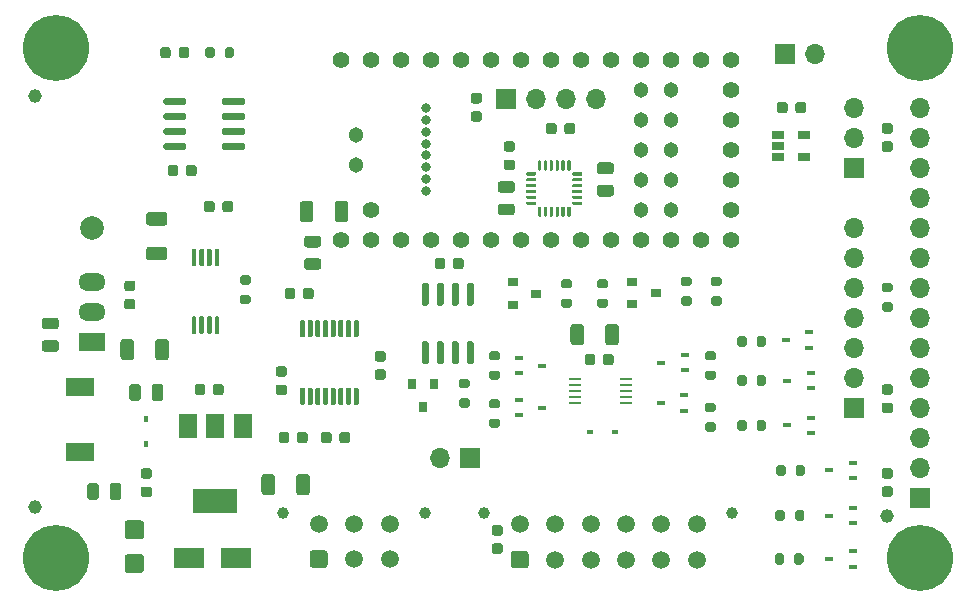
<source format=gbr>
%TF.GenerationSoftware,KiCad,Pcbnew,(5.1.9)-1*%
%TF.CreationDate,2021-02-21T10:06:19+01:00*%
%TF.ProjectId,CanDisplayFoReal,43616e44-6973-4706-9c61-79466f526561,rev?*%
%TF.SameCoordinates,Original*%
%TF.FileFunction,Soldermask,Top*%
%TF.FilePolarity,Negative*%
%FSLAX46Y46*%
G04 Gerber Fmt 4.6, Leading zero omitted, Abs format (unit mm)*
G04 Created by KiCad (PCBNEW (5.1.9)-1) date 2021-02-21 10:06:19*
%MOMM*%
%LPD*%
G01*
G04 APERTURE LIST*
%ADD10C,1.152000*%
%ADD11C,1.500000*%
%ADD12C,1.000000*%
%ADD13O,1.700000X1.700000*%
%ADD14R,1.700000X1.700000*%
%ADD15C,5.600000*%
%ADD16R,1.100000X0.250000*%
%ADD17R,1.500000X2.000000*%
%ADD18R,3.800000X2.000000*%
%ADD19O,2.300000X1.500000*%
%ADD20R,2.300000X1.500000*%
%ADD21R,1.060000X0.650000*%
%ADD22C,2.000000*%
%ADD23R,0.900000X0.800000*%
%ADD24R,2.400000X1.500000*%
%ADD25R,0.700000X0.450000*%
%ADD26R,0.600000X0.450000*%
%ADD27R,0.450000X0.600000*%
%ADD28R,2.500000X1.800000*%
%ADD29R,0.800000X0.900000*%
%ADD30C,1.404000*%
%ADD31C,1.304000*%
%ADD32C,0.804000*%
G04 APERTURE END LIST*
D10*
%TO.C,REF\u002A\u002A*%
X193802000Y-92964000D03*
%TD*%
%TO.C,REF\u002A\u002A*%
X121666000Y-92202000D03*
%TD*%
%TO.C,REF\u002A\u002A*%
X121666000Y-57404000D03*
%TD*%
%TO.C,C31*%
G36*
G01*
X194052000Y-60635000D02*
X193552000Y-60635000D01*
G75*
G02*
X193327000Y-60410000I0J225000D01*
G01*
X193327000Y-59960000D01*
G75*
G02*
X193552000Y-59735000I225000J0D01*
G01*
X194052000Y-59735000D01*
G75*
G02*
X194277000Y-59960000I0J-225000D01*
G01*
X194277000Y-60410000D01*
G75*
G02*
X194052000Y-60635000I-225000J0D01*
G01*
G37*
G36*
G01*
X194052000Y-62185000D02*
X193552000Y-62185000D01*
G75*
G02*
X193327000Y-61960000I0J225000D01*
G01*
X193327000Y-61510000D01*
G75*
G02*
X193552000Y-61285000I225000J0D01*
G01*
X194052000Y-61285000D01*
G75*
G02*
X194277000Y-61510000I0J-225000D01*
G01*
X194277000Y-61960000D01*
G75*
G02*
X194052000Y-62185000I-225000J0D01*
G01*
G37*
%TD*%
%TO.C,C30*%
G36*
G01*
X194052000Y-89845000D02*
X193552000Y-89845000D01*
G75*
G02*
X193327000Y-89620000I0J225000D01*
G01*
X193327000Y-89170000D01*
G75*
G02*
X193552000Y-88945000I225000J0D01*
G01*
X194052000Y-88945000D01*
G75*
G02*
X194277000Y-89170000I0J-225000D01*
G01*
X194277000Y-89620000D01*
G75*
G02*
X194052000Y-89845000I-225000J0D01*
G01*
G37*
G36*
G01*
X194052000Y-91395000D02*
X193552000Y-91395000D01*
G75*
G02*
X193327000Y-91170000I0J225000D01*
G01*
X193327000Y-90720000D01*
G75*
G02*
X193552000Y-90495000I225000J0D01*
G01*
X194052000Y-90495000D01*
G75*
G02*
X194277000Y-90720000I0J-225000D01*
G01*
X194277000Y-91170000D01*
G75*
G02*
X194052000Y-91395000I-225000J0D01*
G01*
G37*
%TD*%
%TO.C,C24*%
G36*
G01*
X161032000Y-94671000D02*
X160532000Y-94671000D01*
G75*
G02*
X160307000Y-94446000I0J225000D01*
G01*
X160307000Y-93996000D01*
G75*
G02*
X160532000Y-93771000I225000J0D01*
G01*
X161032000Y-93771000D01*
G75*
G02*
X161257000Y-93996000I0J-225000D01*
G01*
X161257000Y-94446000D01*
G75*
G02*
X161032000Y-94671000I-225000J0D01*
G01*
G37*
G36*
G01*
X161032000Y-96221000D02*
X160532000Y-96221000D01*
G75*
G02*
X160307000Y-95996000I0J225000D01*
G01*
X160307000Y-95546000D01*
G75*
G02*
X160532000Y-95321000I225000J0D01*
G01*
X161032000Y-95321000D01*
G75*
G02*
X161257000Y-95546000I0J-225000D01*
G01*
X161257000Y-95996000D01*
G75*
G02*
X161032000Y-96221000I-225000J0D01*
G01*
G37*
%TD*%
%TO.C,C6*%
G36*
G01*
X158754000Y-58732000D02*
X159254000Y-58732000D01*
G75*
G02*
X159479000Y-58957000I0J-225000D01*
G01*
X159479000Y-59407000D01*
G75*
G02*
X159254000Y-59632000I-225000J0D01*
G01*
X158754000Y-59632000D01*
G75*
G02*
X158529000Y-59407000I0J225000D01*
G01*
X158529000Y-58957000D01*
G75*
G02*
X158754000Y-58732000I225000J0D01*
G01*
G37*
G36*
G01*
X158754000Y-57182000D02*
X159254000Y-57182000D01*
G75*
G02*
X159479000Y-57407000I0J-225000D01*
G01*
X159479000Y-57857000D01*
G75*
G02*
X159254000Y-58082000I-225000J0D01*
G01*
X158754000Y-58082000D01*
G75*
G02*
X158529000Y-57857000I0J225000D01*
G01*
X158529000Y-57407000D01*
G75*
G02*
X158754000Y-57182000I225000J0D01*
G01*
G37*
%TD*%
%TO.C,C4*%
G36*
G01*
X194052000Y-82746000D02*
X193552000Y-82746000D01*
G75*
G02*
X193327000Y-82521000I0J225000D01*
G01*
X193327000Y-82071000D01*
G75*
G02*
X193552000Y-81846000I225000J0D01*
G01*
X194052000Y-81846000D01*
G75*
G02*
X194277000Y-82071000I0J-225000D01*
G01*
X194277000Y-82521000D01*
G75*
G02*
X194052000Y-82746000I-225000J0D01*
G01*
G37*
G36*
G01*
X194052000Y-84296000D02*
X193552000Y-84296000D01*
G75*
G02*
X193327000Y-84071000I0J225000D01*
G01*
X193327000Y-83621000D01*
G75*
G02*
X193552000Y-83396000I225000J0D01*
G01*
X194052000Y-83396000D01*
G75*
G02*
X194277000Y-83621000I0J-225000D01*
G01*
X194277000Y-84071000D01*
G75*
G02*
X194052000Y-84296000I-225000J0D01*
G01*
G37*
%TD*%
%TO.C,U10*%
G36*
G01*
X134455000Y-61572000D02*
X134455000Y-61872000D01*
G75*
G02*
X134305000Y-62022000I-150000J0D01*
G01*
X132655000Y-62022000D01*
G75*
G02*
X132505000Y-61872000I0J150000D01*
G01*
X132505000Y-61572000D01*
G75*
G02*
X132655000Y-61422000I150000J0D01*
G01*
X134305000Y-61422000D01*
G75*
G02*
X134455000Y-61572000I0J-150000D01*
G01*
G37*
G36*
G01*
X134455000Y-60302000D02*
X134455000Y-60602000D01*
G75*
G02*
X134305000Y-60752000I-150000J0D01*
G01*
X132655000Y-60752000D01*
G75*
G02*
X132505000Y-60602000I0J150000D01*
G01*
X132505000Y-60302000D01*
G75*
G02*
X132655000Y-60152000I150000J0D01*
G01*
X134305000Y-60152000D01*
G75*
G02*
X134455000Y-60302000I0J-150000D01*
G01*
G37*
G36*
G01*
X134455000Y-59032000D02*
X134455000Y-59332000D01*
G75*
G02*
X134305000Y-59482000I-150000J0D01*
G01*
X132655000Y-59482000D01*
G75*
G02*
X132505000Y-59332000I0J150000D01*
G01*
X132505000Y-59032000D01*
G75*
G02*
X132655000Y-58882000I150000J0D01*
G01*
X134305000Y-58882000D01*
G75*
G02*
X134455000Y-59032000I0J-150000D01*
G01*
G37*
G36*
G01*
X134455000Y-57762000D02*
X134455000Y-58062000D01*
G75*
G02*
X134305000Y-58212000I-150000J0D01*
G01*
X132655000Y-58212000D01*
G75*
G02*
X132505000Y-58062000I0J150000D01*
G01*
X132505000Y-57762000D01*
G75*
G02*
X132655000Y-57612000I150000J0D01*
G01*
X134305000Y-57612000D01*
G75*
G02*
X134455000Y-57762000I0J-150000D01*
G01*
G37*
G36*
G01*
X139405000Y-57762000D02*
X139405000Y-58062000D01*
G75*
G02*
X139255000Y-58212000I-150000J0D01*
G01*
X137605000Y-58212000D01*
G75*
G02*
X137455000Y-58062000I0J150000D01*
G01*
X137455000Y-57762000D01*
G75*
G02*
X137605000Y-57612000I150000J0D01*
G01*
X139255000Y-57612000D01*
G75*
G02*
X139405000Y-57762000I0J-150000D01*
G01*
G37*
G36*
G01*
X139405000Y-59032000D02*
X139405000Y-59332000D01*
G75*
G02*
X139255000Y-59482000I-150000J0D01*
G01*
X137605000Y-59482000D01*
G75*
G02*
X137455000Y-59332000I0J150000D01*
G01*
X137455000Y-59032000D01*
G75*
G02*
X137605000Y-58882000I150000J0D01*
G01*
X139255000Y-58882000D01*
G75*
G02*
X139405000Y-59032000I0J-150000D01*
G01*
G37*
G36*
G01*
X139405000Y-60302000D02*
X139405000Y-60602000D01*
G75*
G02*
X139255000Y-60752000I-150000J0D01*
G01*
X137605000Y-60752000D01*
G75*
G02*
X137455000Y-60602000I0J150000D01*
G01*
X137455000Y-60302000D01*
G75*
G02*
X137605000Y-60152000I150000J0D01*
G01*
X139255000Y-60152000D01*
G75*
G02*
X139405000Y-60302000I0J-150000D01*
G01*
G37*
G36*
G01*
X139405000Y-61572000D02*
X139405000Y-61872000D01*
G75*
G02*
X139255000Y-62022000I-150000J0D01*
G01*
X137605000Y-62022000D01*
G75*
G02*
X137455000Y-61872000I0J150000D01*
G01*
X137455000Y-61572000D01*
G75*
G02*
X137605000Y-61422000I150000J0D01*
G01*
X139255000Y-61422000D01*
G75*
G02*
X139405000Y-61572000I0J-150000D01*
G01*
G37*
%TD*%
%TO.C,C29*%
G36*
G01*
X162048000Y-62172000D02*
X161548000Y-62172000D01*
G75*
G02*
X161323000Y-61947000I0J225000D01*
G01*
X161323000Y-61497000D01*
G75*
G02*
X161548000Y-61272000I225000J0D01*
G01*
X162048000Y-61272000D01*
G75*
G02*
X162273000Y-61497000I0J-225000D01*
G01*
X162273000Y-61947000D01*
G75*
G02*
X162048000Y-62172000I-225000J0D01*
G01*
G37*
G36*
G01*
X162048000Y-63722000D02*
X161548000Y-63722000D01*
G75*
G02*
X161323000Y-63497000I0J225000D01*
G01*
X161323000Y-63047000D01*
G75*
G02*
X161548000Y-62822000I225000J0D01*
G01*
X162048000Y-62822000D01*
G75*
G02*
X162273000Y-63047000I0J-225000D01*
G01*
X162273000Y-63497000D01*
G75*
G02*
X162048000Y-63722000I-225000J0D01*
G01*
G37*
%TD*%
%TO.C,C28*%
G36*
G01*
X134424000Y-64004000D02*
X134424000Y-63504000D01*
G75*
G02*
X134649000Y-63279000I225000J0D01*
G01*
X135099000Y-63279000D01*
G75*
G02*
X135324000Y-63504000I0J-225000D01*
G01*
X135324000Y-64004000D01*
G75*
G02*
X135099000Y-64229000I-225000J0D01*
G01*
X134649000Y-64229000D01*
G75*
G02*
X134424000Y-64004000I0J225000D01*
G01*
G37*
G36*
G01*
X132874000Y-64004000D02*
X132874000Y-63504000D01*
G75*
G02*
X133099000Y-63279000I225000J0D01*
G01*
X133549000Y-63279000D01*
G75*
G02*
X133774000Y-63504000I0J-225000D01*
G01*
X133774000Y-64004000D01*
G75*
G02*
X133549000Y-64229000I-225000J0D01*
G01*
X133099000Y-64229000D01*
G75*
G02*
X132874000Y-64004000I0J225000D01*
G01*
G37*
%TD*%
%TO.C,C27*%
G36*
G01*
X162019000Y-65656000D02*
X161069000Y-65656000D01*
G75*
G02*
X160819000Y-65406000I0J250000D01*
G01*
X160819000Y-64906000D01*
G75*
G02*
X161069000Y-64656000I250000J0D01*
G01*
X162019000Y-64656000D01*
G75*
G02*
X162269000Y-64906000I0J-250000D01*
G01*
X162269000Y-65406000D01*
G75*
G02*
X162019000Y-65656000I-250000J0D01*
G01*
G37*
G36*
G01*
X162019000Y-67556000D02*
X161069000Y-67556000D01*
G75*
G02*
X160819000Y-67306000I0J250000D01*
G01*
X160819000Y-66806000D01*
G75*
G02*
X161069000Y-66556000I250000J0D01*
G01*
X162019000Y-66556000D01*
G75*
G02*
X162269000Y-66806000I0J-250000D01*
G01*
X162269000Y-67306000D01*
G75*
G02*
X162019000Y-67556000I-250000J0D01*
G01*
G37*
%TD*%
%TO.C,C26*%
G36*
G01*
X166454000Y-60448000D02*
X166454000Y-59948000D01*
G75*
G02*
X166679000Y-59723000I225000J0D01*
G01*
X167129000Y-59723000D01*
G75*
G02*
X167354000Y-59948000I0J-225000D01*
G01*
X167354000Y-60448000D01*
G75*
G02*
X167129000Y-60673000I-225000J0D01*
G01*
X166679000Y-60673000D01*
G75*
G02*
X166454000Y-60448000I0J225000D01*
G01*
G37*
G36*
G01*
X164904000Y-60448000D02*
X164904000Y-59948000D01*
G75*
G02*
X165129000Y-59723000I225000J0D01*
G01*
X165579000Y-59723000D01*
G75*
G02*
X165804000Y-59948000I0J-225000D01*
G01*
X165804000Y-60448000D01*
G75*
G02*
X165579000Y-60673000I-225000J0D01*
G01*
X165129000Y-60673000D01*
G75*
G02*
X164904000Y-60448000I0J225000D01*
G01*
G37*
%TD*%
%TO.C,C25*%
G36*
G01*
X169451000Y-64966000D02*
X170401000Y-64966000D01*
G75*
G02*
X170651000Y-65216000I0J-250000D01*
G01*
X170651000Y-65716000D01*
G75*
G02*
X170401000Y-65966000I-250000J0D01*
G01*
X169451000Y-65966000D01*
G75*
G02*
X169201000Y-65716000I0J250000D01*
G01*
X169201000Y-65216000D01*
G75*
G02*
X169451000Y-64966000I250000J0D01*
G01*
G37*
G36*
G01*
X169451000Y-63066000D02*
X170401000Y-63066000D01*
G75*
G02*
X170651000Y-63316000I0J-250000D01*
G01*
X170651000Y-63816000D01*
G75*
G02*
X170401000Y-64066000I-250000J0D01*
G01*
X169451000Y-64066000D01*
G75*
G02*
X169201000Y-63816000I0J250000D01*
G01*
X169201000Y-63316000D01*
G75*
G02*
X169451000Y-63066000I250000J0D01*
G01*
G37*
%TD*%
%TO.C,U9*%
G36*
G01*
X166783000Y-66803000D02*
X166933000Y-66803000D01*
G75*
G02*
X167008000Y-66878000I0J-75000D01*
G01*
X167008000Y-67578000D01*
G75*
G02*
X166933000Y-67653000I-75000J0D01*
G01*
X166783000Y-67653000D01*
G75*
G02*
X166708000Y-67578000I0J75000D01*
G01*
X166708000Y-66878000D01*
G75*
G02*
X166783000Y-66803000I75000J0D01*
G01*
G37*
G36*
G01*
X166283000Y-66803000D02*
X166433000Y-66803000D01*
G75*
G02*
X166508000Y-66878000I0J-75000D01*
G01*
X166508000Y-67578000D01*
G75*
G02*
X166433000Y-67653000I-75000J0D01*
G01*
X166283000Y-67653000D01*
G75*
G02*
X166208000Y-67578000I0J75000D01*
G01*
X166208000Y-66878000D01*
G75*
G02*
X166283000Y-66803000I75000J0D01*
G01*
G37*
G36*
G01*
X165783000Y-66803000D02*
X165933000Y-66803000D01*
G75*
G02*
X166008000Y-66878000I0J-75000D01*
G01*
X166008000Y-67578000D01*
G75*
G02*
X165933000Y-67653000I-75000J0D01*
G01*
X165783000Y-67653000D01*
G75*
G02*
X165708000Y-67578000I0J75000D01*
G01*
X165708000Y-66878000D01*
G75*
G02*
X165783000Y-66803000I75000J0D01*
G01*
G37*
G36*
G01*
X165283000Y-66803000D02*
X165433000Y-66803000D01*
G75*
G02*
X165508000Y-66878000I0J-75000D01*
G01*
X165508000Y-67578000D01*
G75*
G02*
X165433000Y-67653000I-75000J0D01*
G01*
X165283000Y-67653000D01*
G75*
G02*
X165208000Y-67578000I0J75000D01*
G01*
X165208000Y-66878000D01*
G75*
G02*
X165283000Y-66803000I75000J0D01*
G01*
G37*
G36*
G01*
X164783000Y-66803000D02*
X164933000Y-66803000D01*
G75*
G02*
X165008000Y-66878000I0J-75000D01*
G01*
X165008000Y-67578000D01*
G75*
G02*
X164933000Y-67653000I-75000J0D01*
G01*
X164783000Y-67653000D01*
G75*
G02*
X164708000Y-67578000I0J75000D01*
G01*
X164708000Y-66878000D01*
G75*
G02*
X164783000Y-66803000I75000J0D01*
G01*
G37*
G36*
G01*
X164283000Y-66803000D02*
X164433000Y-66803000D01*
G75*
G02*
X164508000Y-66878000I0J-75000D01*
G01*
X164508000Y-67578000D01*
G75*
G02*
X164433000Y-67653000I-75000J0D01*
G01*
X164283000Y-67653000D01*
G75*
G02*
X164208000Y-67578000I0J75000D01*
G01*
X164208000Y-66878000D01*
G75*
G02*
X164283000Y-66803000I75000J0D01*
G01*
G37*
G36*
G01*
X164083000Y-66453000D02*
X164083000Y-66603000D01*
G75*
G02*
X164008000Y-66678000I-75000J0D01*
G01*
X163308000Y-66678000D01*
G75*
G02*
X163233000Y-66603000I0J75000D01*
G01*
X163233000Y-66453000D01*
G75*
G02*
X163308000Y-66378000I75000J0D01*
G01*
X164008000Y-66378000D01*
G75*
G02*
X164083000Y-66453000I0J-75000D01*
G01*
G37*
G36*
G01*
X164083000Y-65953000D02*
X164083000Y-66103000D01*
G75*
G02*
X164008000Y-66178000I-75000J0D01*
G01*
X163308000Y-66178000D01*
G75*
G02*
X163233000Y-66103000I0J75000D01*
G01*
X163233000Y-65953000D01*
G75*
G02*
X163308000Y-65878000I75000J0D01*
G01*
X164008000Y-65878000D01*
G75*
G02*
X164083000Y-65953000I0J-75000D01*
G01*
G37*
G36*
G01*
X164083000Y-65453000D02*
X164083000Y-65603000D01*
G75*
G02*
X164008000Y-65678000I-75000J0D01*
G01*
X163308000Y-65678000D01*
G75*
G02*
X163233000Y-65603000I0J75000D01*
G01*
X163233000Y-65453000D01*
G75*
G02*
X163308000Y-65378000I75000J0D01*
G01*
X164008000Y-65378000D01*
G75*
G02*
X164083000Y-65453000I0J-75000D01*
G01*
G37*
G36*
G01*
X164083000Y-64953000D02*
X164083000Y-65103000D01*
G75*
G02*
X164008000Y-65178000I-75000J0D01*
G01*
X163308000Y-65178000D01*
G75*
G02*
X163233000Y-65103000I0J75000D01*
G01*
X163233000Y-64953000D01*
G75*
G02*
X163308000Y-64878000I75000J0D01*
G01*
X164008000Y-64878000D01*
G75*
G02*
X164083000Y-64953000I0J-75000D01*
G01*
G37*
G36*
G01*
X164083000Y-64453000D02*
X164083000Y-64603000D01*
G75*
G02*
X164008000Y-64678000I-75000J0D01*
G01*
X163308000Y-64678000D01*
G75*
G02*
X163233000Y-64603000I0J75000D01*
G01*
X163233000Y-64453000D01*
G75*
G02*
X163308000Y-64378000I75000J0D01*
G01*
X164008000Y-64378000D01*
G75*
G02*
X164083000Y-64453000I0J-75000D01*
G01*
G37*
G36*
G01*
X164083000Y-63953000D02*
X164083000Y-64103000D01*
G75*
G02*
X164008000Y-64178000I-75000J0D01*
G01*
X163308000Y-64178000D01*
G75*
G02*
X163233000Y-64103000I0J75000D01*
G01*
X163233000Y-63953000D01*
G75*
G02*
X163308000Y-63878000I75000J0D01*
G01*
X164008000Y-63878000D01*
G75*
G02*
X164083000Y-63953000I0J-75000D01*
G01*
G37*
G36*
G01*
X164283000Y-62903000D02*
X164433000Y-62903000D01*
G75*
G02*
X164508000Y-62978000I0J-75000D01*
G01*
X164508000Y-63678000D01*
G75*
G02*
X164433000Y-63753000I-75000J0D01*
G01*
X164283000Y-63753000D01*
G75*
G02*
X164208000Y-63678000I0J75000D01*
G01*
X164208000Y-62978000D01*
G75*
G02*
X164283000Y-62903000I75000J0D01*
G01*
G37*
G36*
G01*
X164783000Y-62903000D02*
X164933000Y-62903000D01*
G75*
G02*
X165008000Y-62978000I0J-75000D01*
G01*
X165008000Y-63678000D01*
G75*
G02*
X164933000Y-63753000I-75000J0D01*
G01*
X164783000Y-63753000D01*
G75*
G02*
X164708000Y-63678000I0J75000D01*
G01*
X164708000Y-62978000D01*
G75*
G02*
X164783000Y-62903000I75000J0D01*
G01*
G37*
G36*
G01*
X165283000Y-62903000D02*
X165433000Y-62903000D01*
G75*
G02*
X165508000Y-62978000I0J-75000D01*
G01*
X165508000Y-63678000D01*
G75*
G02*
X165433000Y-63753000I-75000J0D01*
G01*
X165283000Y-63753000D01*
G75*
G02*
X165208000Y-63678000I0J75000D01*
G01*
X165208000Y-62978000D01*
G75*
G02*
X165283000Y-62903000I75000J0D01*
G01*
G37*
G36*
G01*
X165783000Y-62903000D02*
X165933000Y-62903000D01*
G75*
G02*
X166008000Y-62978000I0J-75000D01*
G01*
X166008000Y-63678000D01*
G75*
G02*
X165933000Y-63753000I-75000J0D01*
G01*
X165783000Y-63753000D01*
G75*
G02*
X165708000Y-63678000I0J75000D01*
G01*
X165708000Y-62978000D01*
G75*
G02*
X165783000Y-62903000I75000J0D01*
G01*
G37*
G36*
G01*
X166283000Y-62903000D02*
X166433000Y-62903000D01*
G75*
G02*
X166508000Y-62978000I0J-75000D01*
G01*
X166508000Y-63678000D01*
G75*
G02*
X166433000Y-63753000I-75000J0D01*
G01*
X166283000Y-63753000D01*
G75*
G02*
X166208000Y-63678000I0J75000D01*
G01*
X166208000Y-62978000D01*
G75*
G02*
X166283000Y-62903000I75000J0D01*
G01*
G37*
G36*
G01*
X166783000Y-62903000D02*
X166933000Y-62903000D01*
G75*
G02*
X167008000Y-62978000I0J-75000D01*
G01*
X167008000Y-63678000D01*
G75*
G02*
X166933000Y-63753000I-75000J0D01*
G01*
X166783000Y-63753000D01*
G75*
G02*
X166708000Y-63678000I0J75000D01*
G01*
X166708000Y-62978000D01*
G75*
G02*
X166783000Y-62903000I75000J0D01*
G01*
G37*
G36*
G01*
X167983000Y-63953000D02*
X167983000Y-64103000D01*
G75*
G02*
X167908000Y-64178000I-75000J0D01*
G01*
X167208000Y-64178000D01*
G75*
G02*
X167133000Y-64103000I0J75000D01*
G01*
X167133000Y-63953000D01*
G75*
G02*
X167208000Y-63878000I75000J0D01*
G01*
X167908000Y-63878000D01*
G75*
G02*
X167983000Y-63953000I0J-75000D01*
G01*
G37*
G36*
G01*
X167983000Y-64453000D02*
X167983000Y-64603000D01*
G75*
G02*
X167908000Y-64678000I-75000J0D01*
G01*
X167208000Y-64678000D01*
G75*
G02*
X167133000Y-64603000I0J75000D01*
G01*
X167133000Y-64453000D01*
G75*
G02*
X167208000Y-64378000I75000J0D01*
G01*
X167908000Y-64378000D01*
G75*
G02*
X167983000Y-64453000I0J-75000D01*
G01*
G37*
G36*
G01*
X167983000Y-64953000D02*
X167983000Y-65103000D01*
G75*
G02*
X167908000Y-65178000I-75000J0D01*
G01*
X167208000Y-65178000D01*
G75*
G02*
X167133000Y-65103000I0J75000D01*
G01*
X167133000Y-64953000D01*
G75*
G02*
X167208000Y-64878000I75000J0D01*
G01*
X167908000Y-64878000D01*
G75*
G02*
X167983000Y-64953000I0J-75000D01*
G01*
G37*
G36*
G01*
X167983000Y-65453000D02*
X167983000Y-65603000D01*
G75*
G02*
X167908000Y-65678000I-75000J0D01*
G01*
X167208000Y-65678000D01*
G75*
G02*
X167133000Y-65603000I0J75000D01*
G01*
X167133000Y-65453000D01*
G75*
G02*
X167208000Y-65378000I75000J0D01*
G01*
X167908000Y-65378000D01*
G75*
G02*
X167983000Y-65453000I0J-75000D01*
G01*
G37*
G36*
G01*
X167983000Y-65953000D02*
X167983000Y-66103000D01*
G75*
G02*
X167908000Y-66178000I-75000J0D01*
G01*
X167208000Y-66178000D01*
G75*
G02*
X167133000Y-66103000I0J75000D01*
G01*
X167133000Y-65953000D01*
G75*
G02*
X167208000Y-65878000I75000J0D01*
G01*
X167908000Y-65878000D01*
G75*
G02*
X167983000Y-65953000I0J-75000D01*
G01*
G37*
G36*
G01*
X167983000Y-66453000D02*
X167983000Y-66603000D01*
G75*
G02*
X167908000Y-66678000I-75000J0D01*
G01*
X167208000Y-66678000D01*
G75*
G02*
X167133000Y-66603000I0J75000D01*
G01*
X167133000Y-66453000D01*
G75*
G02*
X167208000Y-66378000I75000J0D01*
G01*
X167908000Y-66378000D01*
G75*
G02*
X167983000Y-66453000I0J-75000D01*
G01*
G37*
%TD*%
%TO.C,C23*%
G36*
G01*
X131514000Y-83025000D02*
X131514000Y-82075000D01*
G75*
G02*
X131764000Y-81825000I250000J0D01*
G01*
X132264000Y-81825000D01*
G75*
G02*
X132514000Y-82075000I0J-250000D01*
G01*
X132514000Y-83025000D01*
G75*
G02*
X132264000Y-83275000I-250000J0D01*
G01*
X131764000Y-83275000D01*
G75*
G02*
X131514000Y-83025000I0J250000D01*
G01*
G37*
G36*
G01*
X129614000Y-83025000D02*
X129614000Y-82075000D01*
G75*
G02*
X129864000Y-81825000I250000J0D01*
G01*
X130364000Y-81825000D01*
G75*
G02*
X130614000Y-82075000I0J-250000D01*
G01*
X130614000Y-83025000D01*
G75*
G02*
X130364000Y-83275000I-250000J0D01*
G01*
X129864000Y-83275000D01*
G75*
G02*
X129614000Y-83025000I0J250000D01*
G01*
G37*
%TD*%
%TO.C,C17*%
G36*
G01*
X144671000Y-71174000D02*
X145621000Y-71174000D01*
G75*
G02*
X145871000Y-71424000I0J-250000D01*
G01*
X145871000Y-71924000D01*
G75*
G02*
X145621000Y-72174000I-250000J0D01*
G01*
X144671000Y-72174000D01*
G75*
G02*
X144421000Y-71924000I0J250000D01*
G01*
X144421000Y-71424000D01*
G75*
G02*
X144671000Y-71174000I250000J0D01*
G01*
G37*
G36*
G01*
X144671000Y-69274000D02*
X145621000Y-69274000D01*
G75*
G02*
X145871000Y-69524000I0J-250000D01*
G01*
X145871000Y-70024000D01*
G75*
G02*
X145621000Y-70274000I-250000J0D01*
G01*
X144671000Y-70274000D01*
G75*
G02*
X144421000Y-70024000I0J250000D01*
G01*
X144421000Y-69524000D01*
G75*
G02*
X144671000Y-69274000I250000J0D01*
G01*
G37*
%TD*%
%TO.C,C22*%
G36*
G01*
X168122000Y-76997999D02*
X168122000Y-78298001D01*
G75*
G02*
X167872001Y-78548000I-249999J0D01*
G01*
X167221999Y-78548000D01*
G75*
G02*
X166972000Y-78298001I0J249999D01*
G01*
X166972000Y-76997999D01*
G75*
G02*
X167221999Y-76748000I249999J0D01*
G01*
X167872001Y-76748000D01*
G75*
G02*
X168122000Y-76997999I0J-249999D01*
G01*
G37*
G36*
G01*
X171072000Y-76997999D02*
X171072000Y-78298001D01*
G75*
G02*
X170822001Y-78548000I-249999J0D01*
G01*
X170171999Y-78548000D01*
G75*
G02*
X169922000Y-78298001I0J249999D01*
G01*
X169922000Y-76997999D01*
G75*
G02*
X170171999Y-76748000I249999J0D01*
G01*
X170822001Y-76748000D01*
G75*
G02*
X171072000Y-76997999I0J-249999D01*
G01*
G37*
%TD*%
%TO.C,C21*%
G36*
G01*
X143760000Y-90998001D02*
X143760000Y-89697999D01*
G75*
G02*
X144009999Y-89448000I249999J0D01*
G01*
X144660001Y-89448000D01*
G75*
G02*
X144910000Y-89697999I0J-249999D01*
G01*
X144910000Y-90998001D01*
G75*
G02*
X144660001Y-91248000I-249999J0D01*
G01*
X144009999Y-91248000D01*
G75*
G02*
X143760000Y-90998001I0J249999D01*
G01*
G37*
G36*
G01*
X140810000Y-90998001D02*
X140810000Y-89697999D01*
G75*
G02*
X141059999Y-89448000I249999J0D01*
G01*
X141710001Y-89448000D01*
G75*
G02*
X141960000Y-89697999I0J-249999D01*
G01*
X141960000Y-90998001D01*
G75*
G02*
X141710001Y-91248000I-249999J0D01*
G01*
X141059999Y-91248000D01*
G75*
G02*
X140810000Y-90998001I0J249999D01*
G01*
G37*
%TD*%
%TO.C,C20*%
G36*
G01*
X132588001Y-68415000D02*
X131287999Y-68415000D01*
G75*
G02*
X131038000Y-68165001I0J249999D01*
G01*
X131038000Y-67514999D01*
G75*
G02*
X131287999Y-67265000I249999J0D01*
G01*
X132588001Y-67265000D01*
G75*
G02*
X132838000Y-67514999I0J-249999D01*
G01*
X132838000Y-68165001D01*
G75*
G02*
X132588001Y-68415000I-249999J0D01*
G01*
G37*
G36*
G01*
X132588001Y-71365000D02*
X131287999Y-71365000D01*
G75*
G02*
X131038000Y-71115001I0J249999D01*
G01*
X131038000Y-70464999D01*
G75*
G02*
X131287999Y-70215000I249999J0D01*
G01*
X132588001Y-70215000D01*
G75*
G02*
X132838000Y-70464999I0J-249999D01*
G01*
X132838000Y-71115001D01*
G75*
G02*
X132588001Y-71365000I-249999J0D01*
G01*
G37*
%TD*%
%TO.C,C19*%
G36*
G01*
X131822000Y-79568001D02*
X131822000Y-78267999D01*
G75*
G02*
X132071999Y-78018000I249999J0D01*
G01*
X132722001Y-78018000D01*
G75*
G02*
X132972000Y-78267999I0J-249999D01*
G01*
X132972000Y-79568001D01*
G75*
G02*
X132722001Y-79818000I-249999J0D01*
G01*
X132071999Y-79818000D01*
G75*
G02*
X131822000Y-79568001I0J249999D01*
G01*
G37*
G36*
G01*
X128872000Y-79568001D02*
X128872000Y-78267999D01*
G75*
G02*
X129121999Y-78018000I249999J0D01*
G01*
X129772001Y-78018000D01*
G75*
G02*
X130022000Y-78267999I0J-249999D01*
G01*
X130022000Y-79568001D01*
G75*
G02*
X129772001Y-79818000I-249999J0D01*
G01*
X129121999Y-79818000D01*
G75*
G02*
X128872000Y-79568001I0J249999D01*
G01*
G37*
%TD*%
%TO.C,C15*%
G36*
G01*
X147013000Y-67884001D02*
X147013000Y-66583999D01*
G75*
G02*
X147262999Y-66334000I249999J0D01*
G01*
X147913001Y-66334000D01*
G75*
G02*
X148163000Y-66583999I0J-249999D01*
G01*
X148163000Y-67884001D01*
G75*
G02*
X147913001Y-68134000I-249999J0D01*
G01*
X147262999Y-68134000D01*
G75*
G02*
X147013000Y-67884001I0J249999D01*
G01*
G37*
G36*
G01*
X144063000Y-67884001D02*
X144063000Y-66583999D01*
G75*
G02*
X144312999Y-66334000I249999J0D01*
G01*
X144963001Y-66334000D01*
G75*
G02*
X145213000Y-66583999I0J-249999D01*
G01*
X145213000Y-67884001D01*
G75*
G02*
X144963001Y-68134000I-249999J0D01*
G01*
X144312999Y-68134000D01*
G75*
G02*
X144063000Y-67884001I0J249999D01*
G01*
G37*
%TD*%
%TO.C,R3*%
G36*
G01*
X137697000Y-54047000D02*
X137697000Y-53497000D01*
G75*
G02*
X137897000Y-53297000I200000J0D01*
G01*
X138297000Y-53297000D01*
G75*
G02*
X138497000Y-53497000I0J-200000D01*
G01*
X138497000Y-54047000D01*
G75*
G02*
X138297000Y-54247000I-200000J0D01*
G01*
X137897000Y-54247000D01*
G75*
G02*
X137697000Y-54047000I0J200000D01*
G01*
G37*
G36*
G01*
X136047000Y-54047000D02*
X136047000Y-53497000D01*
G75*
G02*
X136247000Y-53297000I200000J0D01*
G01*
X136647000Y-53297000D01*
G75*
G02*
X136847000Y-53497000I0J-200000D01*
G01*
X136847000Y-54047000D01*
G75*
G02*
X136647000Y-54247000I-200000J0D01*
G01*
X136247000Y-54247000D01*
G75*
G02*
X136047000Y-54047000I0J200000D01*
G01*
G37*
%TD*%
%TO.C,D15*%
G36*
G01*
X133812000Y-54028250D02*
X133812000Y-53515750D01*
G75*
G02*
X134030750Y-53297000I218750J0D01*
G01*
X134468250Y-53297000D01*
G75*
G02*
X134687000Y-53515750I0J-218750D01*
G01*
X134687000Y-54028250D01*
G75*
G02*
X134468250Y-54247000I-218750J0D01*
G01*
X134030750Y-54247000D01*
G75*
G02*
X133812000Y-54028250I0J218750D01*
G01*
G37*
G36*
G01*
X132237000Y-54028250D02*
X132237000Y-53515750D01*
G75*
G02*
X132455750Y-53297000I218750J0D01*
G01*
X132893250Y-53297000D01*
G75*
G02*
X133112000Y-53515750I0J-218750D01*
G01*
X133112000Y-54028250D01*
G75*
G02*
X132893250Y-54247000I-218750J0D01*
G01*
X132455750Y-54247000D01*
G75*
G02*
X132237000Y-54028250I0J218750D01*
G01*
G37*
%TD*%
D11*
%TO.C,J5*%
X151654000Y-93650000D03*
X148654000Y-93650000D03*
X145654000Y-93650000D03*
X151654000Y-96650000D03*
X148654000Y-96650000D03*
G36*
G01*
X144904000Y-97150000D02*
X144904000Y-96150000D01*
G75*
G02*
X145154000Y-95900000I250000J0D01*
G01*
X146154000Y-95900000D01*
G75*
G02*
X146404000Y-96150000I0J-250000D01*
G01*
X146404000Y-97150000D01*
G75*
G02*
X146154000Y-97400000I-250000J0D01*
G01*
X145154000Y-97400000D01*
G75*
G02*
X144904000Y-97150000I0J250000D01*
G01*
G37*
D12*
X154654000Y-92710000D03*
X142654000Y-92710000D03*
%TD*%
D11*
%TO.C,J8*%
X177672000Y-93698000D03*
X174672000Y-93698000D03*
X171672000Y-93698000D03*
X168672000Y-93698000D03*
X165672000Y-93698000D03*
X162672000Y-93698000D03*
X177672000Y-96698000D03*
X174672000Y-96698000D03*
X171672000Y-96698000D03*
X168672000Y-96698000D03*
X165672000Y-96698000D03*
G36*
G01*
X161922000Y-97198000D02*
X161922000Y-96198000D01*
G75*
G02*
X162172000Y-95948000I250000J0D01*
G01*
X163172000Y-95948000D01*
G75*
G02*
X163422000Y-96198000I0J-250000D01*
G01*
X163422000Y-97198000D01*
G75*
G02*
X163172000Y-97448000I-250000J0D01*
G01*
X162172000Y-97448000D01*
G75*
G02*
X161922000Y-97198000I0J250000D01*
G01*
G37*
D12*
X180672000Y-92758000D03*
X159672000Y-92758000D03*
%TD*%
%TO.C,U5*%
G36*
G01*
X135198000Y-71857500D02*
X134998000Y-71857500D01*
G75*
G02*
X134898000Y-71757500I0J100000D01*
G01*
X134898000Y-70482500D01*
G75*
G02*
X134998000Y-70382500I100000J0D01*
G01*
X135198000Y-70382500D01*
G75*
G02*
X135298000Y-70482500I0J-100000D01*
G01*
X135298000Y-71757500D01*
G75*
G02*
X135198000Y-71857500I-100000J0D01*
G01*
G37*
G36*
G01*
X135848000Y-71857500D02*
X135648000Y-71857500D01*
G75*
G02*
X135548000Y-71757500I0J100000D01*
G01*
X135548000Y-70482500D01*
G75*
G02*
X135648000Y-70382500I100000J0D01*
G01*
X135848000Y-70382500D01*
G75*
G02*
X135948000Y-70482500I0J-100000D01*
G01*
X135948000Y-71757500D01*
G75*
G02*
X135848000Y-71857500I-100000J0D01*
G01*
G37*
G36*
G01*
X136498000Y-71857500D02*
X136298000Y-71857500D01*
G75*
G02*
X136198000Y-71757500I0J100000D01*
G01*
X136198000Y-70482500D01*
G75*
G02*
X136298000Y-70382500I100000J0D01*
G01*
X136498000Y-70382500D01*
G75*
G02*
X136598000Y-70482500I0J-100000D01*
G01*
X136598000Y-71757500D01*
G75*
G02*
X136498000Y-71857500I-100000J0D01*
G01*
G37*
G36*
G01*
X137148000Y-71857500D02*
X136948000Y-71857500D01*
G75*
G02*
X136848000Y-71757500I0J100000D01*
G01*
X136848000Y-70482500D01*
G75*
G02*
X136948000Y-70382500I100000J0D01*
G01*
X137148000Y-70382500D01*
G75*
G02*
X137248000Y-70482500I0J-100000D01*
G01*
X137248000Y-71757500D01*
G75*
G02*
X137148000Y-71857500I-100000J0D01*
G01*
G37*
G36*
G01*
X137148000Y-77582500D02*
X136948000Y-77582500D01*
G75*
G02*
X136848000Y-77482500I0J100000D01*
G01*
X136848000Y-76207500D01*
G75*
G02*
X136948000Y-76107500I100000J0D01*
G01*
X137148000Y-76107500D01*
G75*
G02*
X137248000Y-76207500I0J-100000D01*
G01*
X137248000Y-77482500D01*
G75*
G02*
X137148000Y-77582500I-100000J0D01*
G01*
G37*
G36*
G01*
X136498000Y-77582500D02*
X136298000Y-77582500D01*
G75*
G02*
X136198000Y-77482500I0J100000D01*
G01*
X136198000Y-76207500D01*
G75*
G02*
X136298000Y-76107500I100000J0D01*
G01*
X136498000Y-76107500D01*
G75*
G02*
X136598000Y-76207500I0J-100000D01*
G01*
X136598000Y-77482500D01*
G75*
G02*
X136498000Y-77582500I-100000J0D01*
G01*
G37*
G36*
G01*
X135848000Y-77582500D02*
X135648000Y-77582500D01*
G75*
G02*
X135548000Y-77482500I0J100000D01*
G01*
X135548000Y-76207500D01*
G75*
G02*
X135648000Y-76107500I100000J0D01*
G01*
X135848000Y-76107500D01*
G75*
G02*
X135948000Y-76207500I0J-100000D01*
G01*
X135948000Y-77482500D01*
G75*
G02*
X135848000Y-77582500I-100000J0D01*
G01*
G37*
G36*
G01*
X135198000Y-77582500D02*
X134998000Y-77582500D01*
G75*
G02*
X134898000Y-77482500I0J100000D01*
G01*
X134898000Y-76207500D01*
G75*
G02*
X134998000Y-76107500I100000J0D01*
G01*
X135198000Y-76107500D01*
G75*
G02*
X135298000Y-76207500I0J-100000D01*
G01*
X135298000Y-77482500D01*
G75*
G02*
X135198000Y-77582500I-100000J0D01*
G01*
G37*
%TD*%
%TO.C,C12*%
G36*
G01*
X137498000Y-67052000D02*
X137498000Y-66552000D01*
G75*
G02*
X137723000Y-66327000I225000J0D01*
G01*
X138173000Y-66327000D01*
G75*
G02*
X138398000Y-66552000I0J-225000D01*
G01*
X138398000Y-67052000D01*
G75*
G02*
X138173000Y-67277000I-225000J0D01*
G01*
X137723000Y-67277000D01*
G75*
G02*
X137498000Y-67052000I0J225000D01*
G01*
G37*
G36*
G01*
X135948000Y-67052000D02*
X135948000Y-66552000D01*
G75*
G02*
X136173000Y-66327000I225000J0D01*
G01*
X136623000Y-66327000D01*
G75*
G02*
X136848000Y-66552000I0J-225000D01*
G01*
X136848000Y-67052000D01*
G75*
G02*
X136623000Y-67277000I-225000J0D01*
G01*
X136173000Y-67277000D01*
G75*
G02*
X135948000Y-67052000I0J225000D01*
G01*
G37*
%TD*%
%TO.C,R9*%
G36*
G01*
X139721000Y-73426000D02*
X139171000Y-73426000D01*
G75*
G02*
X138971000Y-73226000I0J200000D01*
G01*
X138971000Y-72826000D01*
G75*
G02*
X139171000Y-72626000I200000J0D01*
G01*
X139721000Y-72626000D01*
G75*
G02*
X139921000Y-72826000I0J-200000D01*
G01*
X139921000Y-73226000D01*
G75*
G02*
X139721000Y-73426000I-200000J0D01*
G01*
G37*
G36*
G01*
X139721000Y-75076000D02*
X139171000Y-75076000D01*
G75*
G02*
X138971000Y-74876000I0J200000D01*
G01*
X138971000Y-74476000D01*
G75*
G02*
X139171000Y-74276000I200000J0D01*
G01*
X139721000Y-74276000D01*
G75*
G02*
X139921000Y-74476000I0J-200000D01*
G01*
X139921000Y-74876000D01*
G75*
G02*
X139721000Y-75076000I-200000J0D01*
G01*
G37*
%TD*%
D13*
%TO.C,J9*%
X187706000Y-53848000D03*
D14*
X185166000Y-53848000D03*
%TD*%
D15*
%TO.C,REF\u002A\u002A*%
X123444000Y-53340000D03*
%TD*%
%TO.C,REF\u002A\u002A*%
X123444000Y-96520000D03*
%TD*%
%TO.C,REF\u002A\u002A*%
X196596000Y-53340000D03*
%TD*%
%TO.C,REF\u002A\u002A*%
X196596000Y-96520000D03*
%TD*%
D16*
%TO.C,U8*%
X171695000Y-81423000D03*
X171695000Y-81923000D03*
X171695000Y-82423000D03*
X171695000Y-82923000D03*
X171695000Y-83423000D03*
X167395000Y-83423000D03*
X167395000Y-82923000D03*
X167395000Y-82423000D03*
X167395000Y-81923000D03*
X167395000Y-81423000D03*
%TD*%
D17*
%TO.C,U7*%
X139220000Y-85394000D03*
X134620000Y-85394000D03*
X136920000Y-85394000D03*
D18*
X136920000Y-91694000D03*
%TD*%
D19*
%TO.C,U6*%
X126492000Y-73152000D03*
X126492000Y-75692000D03*
D20*
X126492000Y-78232000D03*
%TD*%
%TO.C,U3*%
G36*
G01*
X144383000Y-77885000D02*
X144183000Y-77885000D01*
G75*
G02*
X144083000Y-77785000I0J100000D01*
G01*
X144083000Y-76510000D01*
G75*
G02*
X144183000Y-76410000I100000J0D01*
G01*
X144383000Y-76410000D01*
G75*
G02*
X144483000Y-76510000I0J-100000D01*
G01*
X144483000Y-77785000D01*
G75*
G02*
X144383000Y-77885000I-100000J0D01*
G01*
G37*
G36*
G01*
X145033000Y-77885000D02*
X144833000Y-77885000D01*
G75*
G02*
X144733000Y-77785000I0J100000D01*
G01*
X144733000Y-76510000D01*
G75*
G02*
X144833000Y-76410000I100000J0D01*
G01*
X145033000Y-76410000D01*
G75*
G02*
X145133000Y-76510000I0J-100000D01*
G01*
X145133000Y-77785000D01*
G75*
G02*
X145033000Y-77885000I-100000J0D01*
G01*
G37*
G36*
G01*
X145683000Y-77885000D02*
X145483000Y-77885000D01*
G75*
G02*
X145383000Y-77785000I0J100000D01*
G01*
X145383000Y-76510000D01*
G75*
G02*
X145483000Y-76410000I100000J0D01*
G01*
X145683000Y-76410000D01*
G75*
G02*
X145783000Y-76510000I0J-100000D01*
G01*
X145783000Y-77785000D01*
G75*
G02*
X145683000Y-77885000I-100000J0D01*
G01*
G37*
G36*
G01*
X146333000Y-77885000D02*
X146133000Y-77885000D01*
G75*
G02*
X146033000Y-77785000I0J100000D01*
G01*
X146033000Y-76510000D01*
G75*
G02*
X146133000Y-76410000I100000J0D01*
G01*
X146333000Y-76410000D01*
G75*
G02*
X146433000Y-76510000I0J-100000D01*
G01*
X146433000Y-77785000D01*
G75*
G02*
X146333000Y-77885000I-100000J0D01*
G01*
G37*
G36*
G01*
X146983000Y-77885000D02*
X146783000Y-77885000D01*
G75*
G02*
X146683000Y-77785000I0J100000D01*
G01*
X146683000Y-76510000D01*
G75*
G02*
X146783000Y-76410000I100000J0D01*
G01*
X146983000Y-76410000D01*
G75*
G02*
X147083000Y-76510000I0J-100000D01*
G01*
X147083000Y-77785000D01*
G75*
G02*
X146983000Y-77885000I-100000J0D01*
G01*
G37*
G36*
G01*
X147633000Y-77885000D02*
X147433000Y-77885000D01*
G75*
G02*
X147333000Y-77785000I0J100000D01*
G01*
X147333000Y-76510000D01*
G75*
G02*
X147433000Y-76410000I100000J0D01*
G01*
X147633000Y-76410000D01*
G75*
G02*
X147733000Y-76510000I0J-100000D01*
G01*
X147733000Y-77785000D01*
G75*
G02*
X147633000Y-77885000I-100000J0D01*
G01*
G37*
G36*
G01*
X148283000Y-77885000D02*
X148083000Y-77885000D01*
G75*
G02*
X147983000Y-77785000I0J100000D01*
G01*
X147983000Y-76510000D01*
G75*
G02*
X148083000Y-76410000I100000J0D01*
G01*
X148283000Y-76410000D01*
G75*
G02*
X148383000Y-76510000I0J-100000D01*
G01*
X148383000Y-77785000D01*
G75*
G02*
X148283000Y-77885000I-100000J0D01*
G01*
G37*
G36*
G01*
X148933000Y-77885000D02*
X148733000Y-77885000D01*
G75*
G02*
X148633000Y-77785000I0J100000D01*
G01*
X148633000Y-76510000D01*
G75*
G02*
X148733000Y-76410000I100000J0D01*
G01*
X148933000Y-76410000D01*
G75*
G02*
X149033000Y-76510000I0J-100000D01*
G01*
X149033000Y-77785000D01*
G75*
G02*
X148933000Y-77885000I-100000J0D01*
G01*
G37*
G36*
G01*
X148933000Y-83610000D02*
X148733000Y-83610000D01*
G75*
G02*
X148633000Y-83510000I0J100000D01*
G01*
X148633000Y-82235000D01*
G75*
G02*
X148733000Y-82135000I100000J0D01*
G01*
X148933000Y-82135000D01*
G75*
G02*
X149033000Y-82235000I0J-100000D01*
G01*
X149033000Y-83510000D01*
G75*
G02*
X148933000Y-83610000I-100000J0D01*
G01*
G37*
G36*
G01*
X148283000Y-83610000D02*
X148083000Y-83610000D01*
G75*
G02*
X147983000Y-83510000I0J100000D01*
G01*
X147983000Y-82235000D01*
G75*
G02*
X148083000Y-82135000I100000J0D01*
G01*
X148283000Y-82135000D01*
G75*
G02*
X148383000Y-82235000I0J-100000D01*
G01*
X148383000Y-83510000D01*
G75*
G02*
X148283000Y-83610000I-100000J0D01*
G01*
G37*
G36*
G01*
X147633000Y-83610000D02*
X147433000Y-83610000D01*
G75*
G02*
X147333000Y-83510000I0J100000D01*
G01*
X147333000Y-82235000D01*
G75*
G02*
X147433000Y-82135000I100000J0D01*
G01*
X147633000Y-82135000D01*
G75*
G02*
X147733000Y-82235000I0J-100000D01*
G01*
X147733000Y-83510000D01*
G75*
G02*
X147633000Y-83610000I-100000J0D01*
G01*
G37*
G36*
G01*
X146983000Y-83610000D02*
X146783000Y-83610000D01*
G75*
G02*
X146683000Y-83510000I0J100000D01*
G01*
X146683000Y-82235000D01*
G75*
G02*
X146783000Y-82135000I100000J0D01*
G01*
X146983000Y-82135000D01*
G75*
G02*
X147083000Y-82235000I0J-100000D01*
G01*
X147083000Y-83510000D01*
G75*
G02*
X146983000Y-83610000I-100000J0D01*
G01*
G37*
G36*
G01*
X146333000Y-83610000D02*
X146133000Y-83610000D01*
G75*
G02*
X146033000Y-83510000I0J100000D01*
G01*
X146033000Y-82235000D01*
G75*
G02*
X146133000Y-82135000I100000J0D01*
G01*
X146333000Y-82135000D01*
G75*
G02*
X146433000Y-82235000I0J-100000D01*
G01*
X146433000Y-83510000D01*
G75*
G02*
X146333000Y-83610000I-100000J0D01*
G01*
G37*
G36*
G01*
X145683000Y-83610000D02*
X145483000Y-83610000D01*
G75*
G02*
X145383000Y-83510000I0J100000D01*
G01*
X145383000Y-82235000D01*
G75*
G02*
X145483000Y-82135000I100000J0D01*
G01*
X145683000Y-82135000D01*
G75*
G02*
X145783000Y-82235000I0J-100000D01*
G01*
X145783000Y-83510000D01*
G75*
G02*
X145683000Y-83610000I-100000J0D01*
G01*
G37*
G36*
G01*
X145033000Y-83610000D02*
X144833000Y-83610000D01*
G75*
G02*
X144733000Y-83510000I0J100000D01*
G01*
X144733000Y-82235000D01*
G75*
G02*
X144833000Y-82135000I100000J0D01*
G01*
X145033000Y-82135000D01*
G75*
G02*
X145133000Y-82235000I0J-100000D01*
G01*
X145133000Y-83510000D01*
G75*
G02*
X145033000Y-83610000I-100000J0D01*
G01*
G37*
G36*
G01*
X144383000Y-83610000D02*
X144183000Y-83610000D01*
G75*
G02*
X144083000Y-83510000I0J100000D01*
G01*
X144083000Y-82235000D01*
G75*
G02*
X144183000Y-82135000I100000J0D01*
G01*
X144383000Y-82135000D01*
G75*
G02*
X144483000Y-82235000I0J-100000D01*
G01*
X144483000Y-83510000D01*
G75*
G02*
X144383000Y-83610000I-100000J0D01*
G01*
G37*
%TD*%
D21*
%TO.C,U2*%
X186774000Y-60706000D03*
X186774000Y-62606000D03*
X184574000Y-62606000D03*
X184574000Y-61656000D03*
X184574000Y-60706000D03*
%TD*%
%TO.C,U1*%
G36*
G01*
X158346000Y-78208000D02*
X158646000Y-78208000D01*
G75*
G02*
X158796000Y-78358000I0J-150000D01*
G01*
X158796000Y-80008000D01*
G75*
G02*
X158646000Y-80158000I-150000J0D01*
G01*
X158346000Y-80158000D01*
G75*
G02*
X158196000Y-80008000I0J150000D01*
G01*
X158196000Y-78358000D01*
G75*
G02*
X158346000Y-78208000I150000J0D01*
G01*
G37*
G36*
G01*
X157076000Y-78208000D02*
X157376000Y-78208000D01*
G75*
G02*
X157526000Y-78358000I0J-150000D01*
G01*
X157526000Y-80008000D01*
G75*
G02*
X157376000Y-80158000I-150000J0D01*
G01*
X157076000Y-80158000D01*
G75*
G02*
X156926000Y-80008000I0J150000D01*
G01*
X156926000Y-78358000D01*
G75*
G02*
X157076000Y-78208000I150000J0D01*
G01*
G37*
G36*
G01*
X155806000Y-78208000D02*
X156106000Y-78208000D01*
G75*
G02*
X156256000Y-78358000I0J-150000D01*
G01*
X156256000Y-80008000D01*
G75*
G02*
X156106000Y-80158000I-150000J0D01*
G01*
X155806000Y-80158000D01*
G75*
G02*
X155656000Y-80008000I0J150000D01*
G01*
X155656000Y-78358000D01*
G75*
G02*
X155806000Y-78208000I150000J0D01*
G01*
G37*
G36*
G01*
X154536000Y-78208000D02*
X154836000Y-78208000D01*
G75*
G02*
X154986000Y-78358000I0J-150000D01*
G01*
X154986000Y-80008000D01*
G75*
G02*
X154836000Y-80158000I-150000J0D01*
G01*
X154536000Y-80158000D01*
G75*
G02*
X154386000Y-80008000I0J150000D01*
G01*
X154386000Y-78358000D01*
G75*
G02*
X154536000Y-78208000I150000J0D01*
G01*
G37*
G36*
G01*
X154536000Y-73258000D02*
X154836000Y-73258000D01*
G75*
G02*
X154986000Y-73408000I0J-150000D01*
G01*
X154986000Y-75058000D01*
G75*
G02*
X154836000Y-75208000I-150000J0D01*
G01*
X154536000Y-75208000D01*
G75*
G02*
X154386000Y-75058000I0J150000D01*
G01*
X154386000Y-73408000D01*
G75*
G02*
X154536000Y-73258000I150000J0D01*
G01*
G37*
G36*
G01*
X155806000Y-73258000D02*
X156106000Y-73258000D01*
G75*
G02*
X156256000Y-73408000I0J-150000D01*
G01*
X156256000Y-75058000D01*
G75*
G02*
X156106000Y-75208000I-150000J0D01*
G01*
X155806000Y-75208000D01*
G75*
G02*
X155656000Y-75058000I0J150000D01*
G01*
X155656000Y-73408000D01*
G75*
G02*
X155806000Y-73258000I150000J0D01*
G01*
G37*
G36*
G01*
X157076000Y-73258000D02*
X157376000Y-73258000D01*
G75*
G02*
X157526000Y-73408000I0J-150000D01*
G01*
X157526000Y-75058000D01*
G75*
G02*
X157376000Y-75208000I-150000J0D01*
G01*
X157076000Y-75208000D01*
G75*
G02*
X156926000Y-75058000I0J150000D01*
G01*
X156926000Y-73408000D01*
G75*
G02*
X157076000Y-73258000I150000J0D01*
G01*
G37*
G36*
G01*
X158346000Y-73258000D02*
X158646000Y-73258000D01*
G75*
G02*
X158796000Y-73408000I0J-150000D01*
G01*
X158796000Y-75058000D01*
G75*
G02*
X158646000Y-75208000I-150000J0D01*
G01*
X158346000Y-75208000D01*
G75*
G02*
X158196000Y-75058000I0J150000D01*
G01*
X158196000Y-73408000D01*
G75*
G02*
X158346000Y-73258000I150000J0D01*
G01*
G37*
%TD*%
D22*
%TO.C,TP7*%
X126492000Y-68580000D03*
%TD*%
%TO.C,R21*%
G36*
G01*
X182734000Y-78507000D02*
X182734000Y-77957000D01*
G75*
G02*
X182934000Y-77757000I200000J0D01*
G01*
X183334000Y-77757000D01*
G75*
G02*
X183534000Y-77957000I0J-200000D01*
G01*
X183534000Y-78507000D01*
G75*
G02*
X183334000Y-78707000I-200000J0D01*
G01*
X182934000Y-78707000D01*
G75*
G02*
X182734000Y-78507000I0J200000D01*
G01*
G37*
G36*
G01*
X181084000Y-78507000D02*
X181084000Y-77957000D01*
G75*
G02*
X181284000Y-77757000I200000J0D01*
G01*
X181684000Y-77757000D01*
G75*
G02*
X181884000Y-77957000I0J-200000D01*
G01*
X181884000Y-78507000D01*
G75*
G02*
X181684000Y-78707000I-200000J0D01*
G01*
X181284000Y-78707000D01*
G75*
G02*
X181084000Y-78507000I0J200000D01*
G01*
G37*
%TD*%
%TO.C,R19*%
G36*
G01*
X179091000Y-79839000D02*
X178541000Y-79839000D01*
G75*
G02*
X178341000Y-79639000I0J200000D01*
G01*
X178341000Y-79239000D01*
G75*
G02*
X178541000Y-79039000I200000J0D01*
G01*
X179091000Y-79039000D01*
G75*
G02*
X179291000Y-79239000I0J-200000D01*
G01*
X179291000Y-79639000D01*
G75*
G02*
X179091000Y-79839000I-200000J0D01*
G01*
G37*
G36*
G01*
X179091000Y-81489000D02*
X178541000Y-81489000D01*
G75*
G02*
X178341000Y-81289000I0J200000D01*
G01*
X178341000Y-80889000D01*
G75*
G02*
X178541000Y-80689000I200000J0D01*
G01*
X179091000Y-80689000D01*
G75*
G02*
X179291000Y-80889000I0J-200000D01*
G01*
X179291000Y-81289000D01*
G75*
G02*
X179091000Y-81489000I-200000J0D01*
G01*
G37*
%TD*%
%TO.C,R18*%
G36*
G01*
X182734000Y-81809000D02*
X182734000Y-81259000D01*
G75*
G02*
X182934000Y-81059000I200000J0D01*
G01*
X183334000Y-81059000D01*
G75*
G02*
X183534000Y-81259000I0J-200000D01*
G01*
X183534000Y-81809000D01*
G75*
G02*
X183334000Y-82009000I-200000J0D01*
G01*
X182934000Y-82009000D01*
G75*
G02*
X182734000Y-81809000I0J200000D01*
G01*
G37*
G36*
G01*
X181084000Y-81809000D02*
X181084000Y-81259000D01*
G75*
G02*
X181284000Y-81059000I200000J0D01*
G01*
X181684000Y-81059000D01*
G75*
G02*
X181884000Y-81259000I0J-200000D01*
G01*
X181884000Y-81809000D01*
G75*
G02*
X181684000Y-82009000I-200000J0D01*
G01*
X181284000Y-82009000D01*
G75*
G02*
X181084000Y-81809000I0J200000D01*
G01*
G37*
%TD*%
%TO.C,R17*%
G36*
G01*
X186036000Y-89429000D02*
X186036000Y-88879000D01*
G75*
G02*
X186236000Y-88679000I200000J0D01*
G01*
X186636000Y-88679000D01*
G75*
G02*
X186836000Y-88879000I0J-200000D01*
G01*
X186836000Y-89429000D01*
G75*
G02*
X186636000Y-89629000I-200000J0D01*
G01*
X186236000Y-89629000D01*
G75*
G02*
X186036000Y-89429000I0J200000D01*
G01*
G37*
G36*
G01*
X184386000Y-89429000D02*
X184386000Y-88879000D01*
G75*
G02*
X184586000Y-88679000I200000J0D01*
G01*
X184986000Y-88679000D01*
G75*
G02*
X185186000Y-88879000I0J-200000D01*
G01*
X185186000Y-89429000D01*
G75*
G02*
X184986000Y-89629000I-200000J0D01*
G01*
X184586000Y-89629000D01*
G75*
G02*
X184386000Y-89429000I0J200000D01*
G01*
G37*
%TD*%
%TO.C,R16*%
G36*
G01*
X179091000Y-84220000D02*
X178541000Y-84220000D01*
G75*
G02*
X178341000Y-84020000I0J200000D01*
G01*
X178341000Y-83620000D01*
G75*
G02*
X178541000Y-83420000I200000J0D01*
G01*
X179091000Y-83420000D01*
G75*
G02*
X179291000Y-83620000I0J-200000D01*
G01*
X179291000Y-84020000D01*
G75*
G02*
X179091000Y-84220000I-200000J0D01*
G01*
G37*
G36*
G01*
X179091000Y-85870000D02*
X178541000Y-85870000D01*
G75*
G02*
X178341000Y-85670000I0J200000D01*
G01*
X178341000Y-85270000D01*
G75*
G02*
X178541000Y-85070000I200000J0D01*
G01*
X179091000Y-85070000D01*
G75*
G02*
X179291000Y-85270000I0J-200000D01*
G01*
X179291000Y-85670000D01*
G75*
G02*
X179091000Y-85870000I-200000J0D01*
G01*
G37*
%TD*%
%TO.C,R15*%
G36*
G01*
X182734000Y-85619000D02*
X182734000Y-85069000D01*
G75*
G02*
X182934000Y-84869000I200000J0D01*
G01*
X183334000Y-84869000D01*
G75*
G02*
X183534000Y-85069000I0J-200000D01*
G01*
X183534000Y-85619000D01*
G75*
G02*
X183334000Y-85819000I-200000J0D01*
G01*
X182934000Y-85819000D01*
G75*
G02*
X182734000Y-85619000I0J200000D01*
G01*
G37*
G36*
G01*
X181084000Y-85619000D02*
X181084000Y-85069000D01*
G75*
G02*
X181284000Y-84869000I200000J0D01*
G01*
X181684000Y-84869000D01*
G75*
G02*
X181884000Y-85069000I0J-200000D01*
G01*
X181884000Y-85619000D01*
G75*
G02*
X181684000Y-85819000I-200000J0D01*
G01*
X181284000Y-85819000D01*
G75*
G02*
X181084000Y-85619000I0J200000D01*
G01*
G37*
%TD*%
%TO.C,R14*%
G36*
G01*
X185972000Y-93239000D02*
X185972000Y-92689000D01*
G75*
G02*
X186172000Y-92489000I200000J0D01*
G01*
X186572000Y-92489000D01*
G75*
G02*
X186772000Y-92689000I0J-200000D01*
G01*
X186772000Y-93239000D01*
G75*
G02*
X186572000Y-93439000I-200000J0D01*
G01*
X186172000Y-93439000D01*
G75*
G02*
X185972000Y-93239000I0J200000D01*
G01*
G37*
G36*
G01*
X184322000Y-93239000D02*
X184322000Y-92689000D01*
G75*
G02*
X184522000Y-92489000I200000J0D01*
G01*
X184922000Y-92489000D01*
G75*
G02*
X185122000Y-92689000I0J-200000D01*
G01*
X185122000Y-93239000D01*
G75*
G02*
X184922000Y-93439000I-200000J0D01*
G01*
X184522000Y-93439000D01*
G75*
G02*
X184322000Y-93239000I0J200000D01*
G01*
G37*
%TD*%
%TO.C,R13*%
G36*
G01*
X160803000Y-83903000D02*
X160253000Y-83903000D01*
G75*
G02*
X160053000Y-83703000I0J200000D01*
G01*
X160053000Y-83303000D01*
G75*
G02*
X160253000Y-83103000I200000J0D01*
G01*
X160803000Y-83103000D01*
G75*
G02*
X161003000Y-83303000I0J-200000D01*
G01*
X161003000Y-83703000D01*
G75*
G02*
X160803000Y-83903000I-200000J0D01*
G01*
G37*
G36*
G01*
X160803000Y-85553000D02*
X160253000Y-85553000D01*
G75*
G02*
X160053000Y-85353000I0J200000D01*
G01*
X160053000Y-84953000D01*
G75*
G02*
X160253000Y-84753000I200000J0D01*
G01*
X160803000Y-84753000D01*
G75*
G02*
X161003000Y-84953000I0J-200000D01*
G01*
X161003000Y-85353000D01*
G75*
G02*
X160803000Y-85553000I-200000J0D01*
G01*
G37*
%TD*%
%TO.C,R11*%
G36*
G01*
X185908000Y-96922000D02*
X185908000Y-96372000D01*
G75*
G02*
X186108000Y-96172000I200000J0D01*
G01*
X186508000Y-96172000D01*
G75*
G02*
X186708000Y-96372000I0J-200000D01*
G01*
X186708000Y-96922000D01*
G75*
G02*
X186508000Y-97122000I-200000J0D01*
G01*
X186108000Y-97122000D01*
G75*
G02*
X185908000Y-96922000I0J200000D01*
G01*
G37*
G36*
G01*
X184258000Y-96922000D02*
X184258000Y-96372000D01*
G75*
G02*
X184458000Y-96172000I200000J0D01*
G01*
X184858000Y-96172000D01*
G75*
G02*
X185058000Y-96372000I0J-200000D01*
G01*
X185058000Y-96922000D01*
G75*
G02*
X184858000Y-97122000I-200000J0D01*
G01*
X184458000Y-97122000D01*
G75*
G02*
X184258000Y-96922000I0J200000D01*
G01*
G37*
%TD*%
%TO.C,R10*%
G36*
G01*
X160803000Y-79839000D02*
X160253000Y-79839000D01*
G75*
G02*
X160053000Y-79639000I0J200000D01*
G01*
X160053000Y-79239000D01*
G75*
G02*
X160253000Y-79039000I200000J0D01*
G01*
X160803000Y-79039000D01*
G75*
G02*
X161003000Y-79239000I0J-200000D01*
G01*
X161003000Y-79639000D01*
G75*
G02*
X160803000Y-79839000I-200000J0D01*
G01*
G37*
G36*
G01*
X160803000Y-81489000D02*
X160253000Y-81489000D01*
G75*
G02*
X160053000Y-81289000I0J200000D01*
G01*
X160053000Y-80889000D01*
G75*
G02*
X160253000Y-80689000I200000J0D01*
G01*
X160803000Y-80689000D01*
G75*
G02*
X161003000Y-80889000I0J-200000D01*
G01*
X161003000Y-81289000D01*
G75*
G02*
X160803000Y-81489000I-200000J0D01*
G01*
G37*
%TD*%
%TO.C,R8*%
G36*
G01*
X179599000Y-73552000D02*
X179049000Y-73552000D01*
G75*
G02*
X178849000Y-73352000I0J200000D01*
G01*
X178849000Y-72952000D01*
G75*
G02*
X179049000Y-72752000I200000J0D01*
G01*
X179599000Y-72752000D01*
G75*
G02*
X179799000Y-72952000I0J-200000D01*
G01*
X179799000Y-73352000D01*
G75*
G02*
X179599000Y-73552000I-200000J0D01*
G01*
G37*
G36*
G01*
X179599000Y-75202000D02*
X179049000Y-75202000D01*
G75*
G02*
X178849000Y-75002000I0J200000D01*
G01*
X178849000Y-74602000D01*
G75*
G02*
X179049000Y-74402000I200000J0D01*
G01*
X179599000Y-74402000D01*
G75*
G02*
X179799000Y-74602000I0J-200000D01*
G01*
X179799000Y-75002000D01*
G75*
G02*
X179599000Y-75202000I-200000J0D01*
G01*
G37*
%TD*%
%TO.C,R7*%
G36*
G01*
X177059000Y-73552000D02*
X176509000Y-73552000D01*
G75*
G02*
X176309000Y-73352000I0J200000D01*
G01*
X176309000Y-72952000D01*
G75*
G02*
X176509000Y-72752000I200000J0D01*
G01*
X177059000Y-72752000D01*
G75*
G02*
X177259000Y-72952000I0J-200000D01*
G01*
X177259000Y-73352000D01*
G75*
G02*
X177059000Y-73552000I-200000J0D01*
G01*
G37*
G36*
G01*
X177059000Y-75202000D02*
X176509000Y-75202000D01*
G75*
G02*
X176309000Y-75002000I0J200000D01*
G01*
X176309000Y-74602000D01*
G75*
G02*
X176509000Y-74402000I200000J0D01*
G01*
X177059000Y-74402000D01*
G75*
G02*
X177259000Y-74602000I0J-200000D01*
G01*
X177259000Y-75002000D01*
G75*
G02*
X177059000Y-75202000I-200000J0D01*
G01*
G37*
%TD*%
%TO.C,R6*%
G36*
G01*
X169947000Y-73743000D02*
X169397000Y-73743000D01*
G75*
G02*
X169197000Y-73543000I0J200000D01*
G01*
X169197000Y-73143000D01*
G75*
G02*
X169397000Y-72943000I200000J0D01*
G01*
X169947000Y-72943000D01*
G75*
G02*
X170147000Y-73143000I0J-200000D01*
G01*
X170147000Y-73543000D01*
G75*
G02*
X169947000Y-73743000I-200000J0D01*
G01*
G37*
G36*
G01*
X169947000Y-75393000D02*
X169397000Y-75393000D01*
G75*
G02*
X169197000Y-75193000I0J200000D01*
G01*
X169197000Y-74793000D01*
G75*
G02*
X169397000Y-74593000I200000J0D01*
G01*
X169947000Y-74593000D01*
G75*
G02*
X170147000Y-74793000I0J-200000D01*
G01*
X170147000Y-75193000D01*
G75*
G02*
X169947000Y-75393000I-200000J0D01*
G01*
G37*
%TD*%
%TO.C,R5*%
G36*
G01*
X166899000Y-73743000D02*
X166349000Y-73743000D01*
G75*
G02*
X166149000Y-73543000I0J200000D01*
G01*
X166149000Y-73143000D01*
G75*
G02*
X166349000Y-72943000I200000J0D01*
G01*
X166899000Y-72943000D01*
G75*
G02*
X167099000Y-73143000I0J-200000D01*
G01*
X167099000Y-73543000D01*
G75*
G02*
X166899000Y-73743000I-200000J0D01*
G01*
G37*
G36*
G01*
X166899000Y-75393000D02*
X166349000Y-75393000D01*
G75*
G02*
X166149000Y-75193000I0J200000D01*
G01*
X166149000Y-74793000D01*
G75*
G02*
X166349000Y-74593000I200000J0D01*
G01*
X166899000Y-74593000D01*
G75*
G02*
X167099000Y-74793000I0J-200000D01*
G01*
X167099000Y-75193000D01*
G75*
G02*
X166899000Y-75393000I-200000J0D01*
G01*
G37*
%TD*%
%TO.C,R2*%
G36*
G01*
X158263000Y-82188000D02*
X157713000Y-82188000D01*
G75*
G02*
X157513000Y-81988000I0J200000D01*
G01*
X157513000Y-81588000D01*
G75*
G02*
X157713000Y-81388000I200000J0D01*
G01*
X158263000Y-81388000D01*
G75*
G02*
X158463000Y-81588000I0J-200000D01*
G01*
X158463000Y-81988000D01*
G75*
G02*
X158263000Y-82188000I-200000J0D01*
G01*
G37*
G36*
G01*
X158263000Y-83838000D02*
X157713000Y-83838000D01*
G75*
G02*
X157513000Y-83638000I0J200000D01*
G01*
X157513000Y-83238000D01*
G75*
G02*
X157713000Y-83038000I200000J0D01*
G01*
X158263000Y-83038000D01*
G75*
G02*
X158463000Y-83238000I0J-200000D01*
G01*
X158463000Y-83638000D01*
G75*
G02*
X158263000Y-83838000I-200000J0D01*
G01*
G37*
%TD*%
%TO.C,R1*%
G36*
G01*
X193527000Y-74910000D02*
X194077000Y-74910000D01*
G75*
G02*
X194277000Y-75110000I0J-200000D01*
G01*
X194277000Y-75510000D01*
G75*
G02*
X194077000Y-75710000I-200000J0D01*
G01*
X193527000Y-75710000D01*
G75*
G02*
X193327000Y-75510000I0J200000D01*
G01*
X193327000Y-75110000D01*
G75*
G02*
X193527000Y-74910000I200000J0D01*
G01*
G37*
G36*
G01*
X193527000Y-73260000D02*
X194077000Y-73260000D01*
G75*
G02*
X194277000Y-73460000I0J-200000D01*
G01*
X194277000Y-73860000D01*
G75*
G02*
X194077000Y-74060000I-200000J0D01*
G01*
X193527000Y-74060000D01*
G75*
G02*
X193327000Y-73860000I0J200000D01*
G01*
X193327000Y-73460000D01*
G75*
G02*
X193527000Y-73260000I200000J0D01*
G01*
G37*
%TD*%
D23*
%TO.C,Q2*%
X174212000Y-74102000D03*
X172212000Y-75052000D03*
X172212000Y-73152000D03*
%TD*%
%TO.C,Q1*%
X164068000Y-74168000D03*
X162068000Y-75118000D03*
X162068000Y-73218000D03*
%TD*%
D24*
%TO.C,L1*%
X125476000Y-82086000D03*
X125476000Y-87586000D03*
%TD*%
D13*
%TO.C,JP1*%
X155956000Y-88062000D03*
D14*
X158496000Y-88062000D03*
%TD*%
D13*
%TO.C,J4*%
X169164000Y-57658000D03*
X166624000Y-57658000D03*
X164084000Y-57658000D03*
D14*
X161544000Y-57658000D03*
%TD*%
D13*
%TO.C,J3*%
X191008000Y-58420000D03*
X191008000Y-60960000D03*
D14*
X191008000Y-63500000D03*
%TD*%
%TO.C,F1*%
G36*
G01*
X129473000Y-96228000D02*
X130623000Y-96228000D01*
G75*
G02*
X130873000Y-96478000I0J-250000D01*
G01*
X130873000Y-97578000D01*
G75*
G02*
X130623000Y-97828000I-250000J0D01*
G01*
X129473000Y-97828000D01*
G75*
G02*
X129223000Y-97578000I0J250000D01*
G01*
X129223000Y-96478000D01*
G75*
G02*
X129473000Y-96228000I250000J0D01*
G01*
G37*
G36*
G01*
X129473000Y-93378000D02*
X130623000Y-93378000D01*
G75*
G02*
X130873000Y-93628000I0J-250000D01*
G01*
X130873000Y-94728000D01*
G75*
G02*
X130623000Y-94978000I-250000J0D01*
G01*
X129473000Y-94978000D01*
G75*
G02*
X129223000Y-94728000I0J250000D01*
G01*
X129223000Y-93628000D01*
G75*
G02*
X129473000Y-93378000I250000J0D01*
G01*
G37*
%TD*%
D25*
%TO.C,D14*%
X185182000Y-78105000D03*
X187182000Y-77455000D03*
X187182000Y-78755000D03*
%TD*%
%TO.C,D13*%
X188881000Y-89139000D03*
X190881000Y-88489000D03*
X190881000Y-89789000D03*
%TD*%
%TO.C,D12*%
X185309000Y-81534000D03*
X187309000Y-80884000D03*
X187309000Y-82184000D03*
%TD*%
%TO.C,D11*%
X188865000Y-92964000D03*
X190865000Y-92314000D03*
X190865000Y-93614000D03*
%TD*%
%TO.C,D10*%
X185325000Y-85329000D03*
X187325000Y-84679000D03*
X187325000Y-85979000D03*
%TD*%
%TO.C,D9*%
X174641000Y-80010000D03*
X176641000Y-79360000D03*
X176641000Y-80660000D03*
%TD*%
%TO.C,D8*%
X174625000Y-83439000D03*
X176625000Y-82789000D03*
X176625000Y-84089000D03*
%TD*%
%TO.C,D7*%
X164576000Y-83820000D03*
X162576000Y-84470000D03*
X162576000Y-83170000D03*
%TD*%
%TO.C,D6*%
X164576000Y-80264000D03*
X162576000Y-80914000D03*
X162576000Y-79614000D03*
%TD*%
D26*
%TO.C,D5*%
X168622000Y-85852000D03*
X170722000Y-85852000D03*
%TD*%
D25*
%TO.C,D4*%
X188881000Y-96632000D03*
X190881000Y-95982000D03*
X190881000Y-97282000D03*
%TD*%
D27*
%TO.C,D3*%
X131064000Y-84802000D03*
X131064000Y-86902000D03*
%TD*%
D28*
%TO.C,D2*%
X138684000Y-96520000D03*
X134684000Y-96520000D03*
%TD*%
D29*
%TO.C,D1*%
X154498000Y-83804000D03*
X153548000Y-81804000D03*
X155448000Y-81804000D03*
%TD*%
%TO.C,C18*%
G36*
G01*
X169080000Y-79506000D02*
X169080000Y-80006000D01*
G75*
G02*
X168855000Y-80231000I-225000J0D01*
G01*
X168405000Y-80231000D01*
G75*
G02*
X168180000Y-80006000I0J225000D01*
G01*
X168180000Y-79506000D01*
G75*
G02*
X168405000Y-79281000I225000J0D01*
G01*
X168855000Y-79281000D01*
G75*
G02*
X169080000Y-79506000I0J-225000D01*
G01*
G37*
G36*
G01*
X170630000Y-79506000D02*
X170630000Y-80006000D01*
G75*
G02*
X170405000Y-80231000I-225000J0D01*
G01*
X169955000Y-80231000D01*
G75*
G02*
X169730000Y-80006000I0J225000D01*
G01*
X169730000Y-79506000D01*
G75*
G02*
X169955000Y-79281000I225000J0D01*
G01*
X170405000Y-79281000D01*
G75*
G02*
X170630000Y-79506000I0J-225000D01*
G01*
G37*
%TD*%
%TO.C,C16*%
G36*
G01*
X131314000Y-89858000D02*
X130814000Y-89858000D01*
G75*
G02*
X130589000Y-89633000I0J225000D01*
G01*
X130589000Y-89183000D01*
G75*
G02*
X130814000Y-88958000I225000J0D01*
G01*
X131314000Y-88958000D01*
G75*
G02*
X131539000Y-89183000I0J-225000D01*
G01*
X131539000Y-89633000D01*
G75*
G02*
X131314000Y-89858000I-225000J0D01*
G01*
G37*
G36*
G01*
X131314000Y-91408000D02*
X130814000Y-91408000D01*
G75*
G02*
X130589000Y-91183000I0J225000D01*
G01*
X130589000Y-90733000D01*
G75*
G02*
X130814000Y-90508000I225000J0D01*
G01*
X131314000Y-90508000D01*
G75*
G02*
X131539000Y-90733000I0J-225000D01*
G01*
X131539000Y-91183000D01*
G75*
G02*
X131314000Y-91408000I-225000J0D01*
G01*
G37*
%TD*%
%TO.C,C14*%
G36*
G01*
X136710000Y-82546000D02*
X136710000Y-82046000D01*
G75*
G02*
X136935000Y-81821000I225000J0D01*
G01*
X137385000Y-81821000D01*
G75*
G02*
X137610000Y-82046000I0J-225000D01*
G01*
X137610000Y-82546000D01*
G75*
G02*
X137385000Y-82771000I-225000J0D01*
G01*
X136935000Y-82771000D01*
G75*
G02*
X136710000Y-82546000I0J225000D01*
G01*
G37*
G36*
G01*
X135160000Y-82546000D02*
X135160000Y-82046000D01*
G75*
G02*
X135385000Y-81821000I225000J0D01*
G01*
X135835000Y-81821000D01*
G75*
G02*
X136060000Y-82046000I0J-225000D01*
G01*
X136060000Y-82546000D01*
G75*
G02*
X135835000Y-82771000I-225000J0D01*
G01*
X135385000Y-82771000D01*
G75*
G02*
X135160000Y-82546000I0J225000D01*
G01*
G37*
%TD*%
%TO.C,C13*%
G36*
G01*
X123411000Y-77208000D02*
X122461000Y-77208000D01*
G75*
G02*
X122211000Y-76958000I0J250000D01*
G01*
X122211000Y-76458000D01*
G75*
G02*
X122461000Y-76208000I250000J0D01*
G01*
X123411000Y-76208000D01*
G75*
G02*
X123661000Y-76458000I0J-250000D01*
G01*
X123661000Y-76958000D01*
G75*
G02*
X123411000Y-77208000I-250000J0D01*
G01*
G37*
G36*
G01*
X123411000Y-79108000D02*
X122461000Y-79108000D01*
G75*
G02*
X122211000Y-78858000I0J250000D01*
G01*
X122211000Y-78358000D01*
G75*
G02*
X122461000Y-78108000I250000J0D01*
G01*
X123411000Y-78108000D01*
G75*
G02*
X123661000Y-78358000I0J-250000D01*
G01*
X123661000Y-78858000D01*
G75*
G02*
X123411000Y-79108000I-250000J0D01*
G01*
G37*
%TD*%
%TO.C,C11*%
G36*
G01*
X129417000Y-74620000D02*
X129917000Y-74620000D01*
G75*
G02*
X130142000Y-74845000I0J-225000D01*
G01*
X130142000Y-75295000D01*
G75*
G02*
X129917000Y-75520000I-225000J0D01*
G01*
X129417000Y-75520000D01*
G75*
G02*
X129192000Y-75295000I0J225000D01*
G01*
X129192000Y-74845000D01*
G75*
G02*
X129417000Y-74620000I225000J0D01*
G01*
G37*
G36*
G01*
X129417000Y-73070000D02*
X129917000Y-73070000D01*
G75*
G02*
X130142000Y-73295000I0J-225000D01*
G01*
X130142000Y-73745000D01*
G75*
G02*
X129917000Y-73970000I-225000J0D01*
G01*
X129417000Y-73970000D01*
G75*
G02*
X129192000Y-73745000I0J225000D01*
G01*
X129192000Y-73295000D01*
G75*
G02*
X129417000Y-73070000I225000J0D01*
G01*
G37*
%TD*%
%TO.C,C10*%
G36*
G01*
X127958000Y-91407000D02*
X127958000Y-90457000D01*
G75*
G02*
X128208000Y-90207000I250000J0D01*
G01*
X128708000Y-90207000D01*
G75*
G02*
X128958000Y-90457000I0J-250000D01*
G01*
X128958000Y-91407000D01*
G75*
G02*
X128708000Y-91657000I-250000J0D01*
G01*
X128208000Y-91657000D01*
G75*
G02*
X127958000Y-91407000I0J250000D01*
G01*
G37*
G36*
G01*
X126058000Y-91407000D02*
X126058000Y-90457000D01*
G75*
G02*
X126308000Y-90207000I250000J0D01*
G01*
X126808000Y-90207000D01*
G75*
G02*
X127058000Y-90457000I0J-250000D01*
G01*
X127058000Y-91407000D01*
G75*
G02*
X126808000Y-91657000I-250000J0D01*
G01*
X126308000Y-91657000D01*
G75*
G02*
X126058000Y-91407000I0J250000D01*
G01*
G37*
%TD*%
%TO.C,C9*%
G36*
G01*
X150626000Y-80589000D02*
X151126000Y-80589000D01*
G75*
G02*
X151351000Y-80814000I0J-225000D01*
G01*
X151351000Y-81264000D01*
G75*
G02*
X151126000Y-81489000I-225000J0D01*
G01*
X150626000Y-81489000D01*
G75*
G02*
X150401000Y-81264000I0J225000D01*
G01*
X150401000Y-80814000D01*
G75*
G02*
X150626000Y-80589000I225000J0D01*
G01*
G37*
G36*
G01*
X150626000Y-79039000D02*
X151126000Y-79039000D01*
G75*
G02*
X151351000Y-79264000I0J-225000D01*
G01*
X151351000Y-79714000D01*
G75*
G02*
X151126000Y-79939000I-225000J0D01*
G01*
X150626000Y-79939000D01*
G75*
G02*
X150401000Y-79714000I0J225000D01*
G01*
X150401000Y-79264000D01*
G75*
G02*
X150626000Y-79039000I225000J0D01*
G01*
G37*
%TD*%
%TO.C,C8*%
G36*
G01*
X142244000Y-81872000D02*
X142744000Y-81872000D01*
G75*
G02*
X142969000Y-82097000I0J-225000D01*
G01*
X142969000Y-82547000D01*
G75*
G02*
X142744000Y-82772000I-225000J0D01*
G01*
X142244000Y-82772000D01*
G75*
G02*
X142019000Y-82547000I0J225000D01*
G01*
X142019000Y-82097000D01*
G75*
G02*
X142244000Y-81872000I225000J0D01*
G01*
G37*
G36*
G01*
X142244000Y-80322000D02*
X142744000Y-80322000D01*
G75*
G02*
X142969000Y-80547000I0J-225000D01*
G01*
X142969000Y-80997000D01*
G75*
G02*
X142744000Y-81222000I-225000J0D01*
G01*
X142244000Y-81222000D01*
G75*
G02*
X142019000Y-80997000I0J225000D01*
G01*
X142019000Y-80547000D01*
G75*
G02*
X142244000Y-80322000I225000J0D01*
G01*
G37*
%TD*%
%TO.C,C7*%
G36*
G01*
X147404000Y-86610000D02*
X147404000Y-86110000D01*
G75*
G02*
X147629000Y-85885000I225000J0D01*
G01*
X148079000Y-85885000D01*
G75*
G02*
X148304000Y-86110000I0J-225000D01*
G01*
X148304000Y-86610000D01*
G75*
G02*
X148079000Y-86835000I-225000J0D01*
G01*
X147629000Y-86835000D01*
G75*
G02*
X147404000Y-86610000I0J225000D01*
G01*
G37*
G36*
G01*
X145854000Y-86610000D02*
X145854000Y-86110000D01*
G75*
G02*
X146079000Y-85885000I225000J0D01*
G01*
X146529000Y-85885000D01*
G75*
G02*
X146754000Y-86110000I0J-225000D01*
G01*
X146754000Y-86610000D01*
G75*
G02*
X146529000Y-86835000I-225000J0D01*
G01*
X146079000Y-86835000D01*
G75*
G02*
X145854000Y-86610000I0J225000D01*
G01*
G37*
%TD*%
%TO.C,C5*%
G36*
G01*
X185362000Y-58170000D02*
X185362000Y-58670000D01*
G75*
G02*
X185137000Y-58895000I-225000J0D01*
G01*
X184687000Y-58895000D01*
G75*
G02*
X184462000Y-58670000I0J225000D01*
G01*
X184462000Y-58170000D01*
G75*
G02*
X184687000Y-57945000I225000J0D01*
G01*
X185137000Y-57945000D01*
G75*
G02*
X185362000Y-58170000I0J-225000D01*
G01*
G37*
G36*
G01*
X186912000Y-58170000D02*
X186912000Y-58670000D01*
G75*
G02*
X186687000Y-58895000I-225000J0D01*
G01*
X186237000Y-58895000D01*
G75*
G02*
X186012000Y-58670000I0J225000D01*
G01*
X186012000Y-58170000D01*
G75*
G02*
X186237000Y-57945000I225000J0D01*
G01*
X186687000Y-57945000D01*
G75*
G02*
X186912000Y-58170000I0J-225000D01*
G01*
G37*
%TD*%
%TO.C,C3*%
G36*
G01*
X143822000Y-86610000D02*
X143822000Y-86110000D01*
G75*
G02*
X144047000Y-85885000I225000J0D01*
G01*
X144497000Y-85885000D01*
G75*
G02*
X144722000Y-86110000I0J-225000D01*
G01*
X144722000Y-86610000D01*
G75*
G02*
X144497000Y-86835000I-225000J0D01*
G01*
X144047000Y-86835000D01*
G75*
G02*
X143822000Y-86610000I0J225000D01*
G01*
G37*
G36*
G01*
X142272000Y-86610000D02*
X142272000Y-86110000D01*
G75*
G02*
X142497000Y-85885000I225000J0D01*
G01*
X142947000Y-85885000D01*
G75*
G02*
X143172000Y-86110000I0J-225000D01*
G01*
X143172000Y-86610000D01*
G75*
G02*
X142947000Y-86835000I-225000J0D01*
G01*
X142497000Y-86835000D01*
G75*
G02*
X142272000Y-86610000I0J225000D01*
G01*
G37*
%TD*%
%TO.C,C2*%
G36*
G01*
X144330000Y-74418000D02*
X144330000Y-73918000D01*
G75*
G02*
X144555000Y-73693000I225000J0D01*
G01*
X145005000Y-73693000D01*
G75*
G02*
X145230000Y-73918000I0J-225000D01*
G01*
X145230000Y-74418000D01*
G75*
G02*
X145005000Y-74643000I-225000J0D01*
G01*
X144555000Y-74643000D01*
G75*
G02*
X144330000Y-74418000I0J225000D01*
G01*
G37*
G36*
G01*
X142780000Y-74418000D02*
X142780000Y-73918000D01*
G75*
G02*
X143005000Y-73693000I225000J0D01*
G01*
X143455000Y-73693000D01*
G75*
G02*
X143680000Y-73918000I0J-225000D01*
G01*
X143680000Y-74418000D01*
G75*
G02*
X143455000Y-74643000I-225000J0D01*
G01*
X143005000Y-74643000D01*
G75*
G02*
X142780000Y-74418000I0J225000D01*
G01*
G37*
%TD*%
%TO.C,C1*%
G36*
G01*
X157030000Y-71878000D02*
X157030000Y-71378000D01*
G75*
G02*
X157255000Y-71153000I225000J0D01*
G01*
X157705000Y-71153000D01*
G75*
G02*
X157930000Y-71378000I0J-225000D01*
G01*
X157930000Y-71878000D01*
G75*
G02*
X157705000Y-72103000I-225000J0D01*
G01*
X157255000Y-72103000D01*
G75*
G02*
X157030000Y-71878000I0J225000D01*
G01*
G37*
G36*
G01*
X155480000Y-71878000D02*
X155480000Y-71378000D01*
G75*
G02*
X155705000Y-71153000I225000J0D01*
G01*
X156155000Y-71153000D01*
G75*
G02*
X156380000Y-71378000I0J-225000D01*
G01*
X156380000Y-71878000D01*
G75*
G02*
X156155000Y-72103000I-225000J0D01*
G01*
X155705000Y-72103000D01*
G75*
G02*
X155480000Y-71878000I0J225000D01*
G01*
G37*
%TD*%
D30*
%TO.C,U4*%
X178054000Y-54356000D03*
X147574000Y-69596000D03*
X150114000Y-67056000D03*
X150114000Y-69596000D03*
X152654000Y-69596000D03*
X155194000Y-69596000D03*
X157734000Y-69596000D03*
X160274000Y-69596000D03*
X162814000Y-69596000D03*
X165354000Y-69596000D03*
X167894000Y-69596000D03*
X170434000Y-69596000D03*
X172974000Y-69596000D03*
X175514000Y-69596000D03*
X178054000Y-69596000D03*
X180594000Y-69596000D03*
X180594000Y-67056000D03*
X180594000Y-64516000D03*
X180594000Y-61976000D03*
X180594000Y-59436000D03*
X180594000Y-56896000D03*
X180594000Y-54356000D03*
X175514000Y-54356000D03*
X172974000Y-54356000D03*
X170434000Y-54356000D03*
X167894000Y-54356000D03*
X165354000Y-54356000D03*
X162814000Y-54356000D03*
X160274000Y-54356000D03*
X157734000Y-54356000D03*
X155194000Y-54356000D03*
X152654000Y-54356000D03*
D31*
X148844000Y-60706000D03*
X148844000Y-63246000D03*
D32*
X154712400Y-58476000D03*
X154712400Y-59476000D03*
X154712400Y-60476000D03*
X154712400Y-61476000D03*
X154712400Y-62476000D03*
X154712400Y-63476000D03*
X154712400Y-64476000D03*
X154712400Y-65476000D03*
D31*
X172974000Y-56896000D03*
X175514000Y-56896000D03*
X172974000Y-59436000D03*
X175514000Y-59436000D03*
X172974000Y-61976000D03*
X175514000Y-61976000D03*
X172974000Y-64516000D03*
X175514000Y-64516000D03*
X172974000Y-67056000D03*
X175514000Y-67056000D03*
D30*
X150114000Y-54356000D03*
X147574000Y-54356000D03*
%TD*%
D13*
%TO.C,J2*%
X196596000Y-58420000D03*
X196596000Y-60960000D03*
X196596000Y-63500000D03*
X196596000Y-66040000D03*
X196596000Y-68580000D03*
X196596000Y-71120000D03*
X196596000Y-73660000D03*
X196596000Y-76200000D03*
X196596000Y-78740000D03*
X196596000Y-81280000D03*
X196596000Y-83820000D03*
X196596000Y-86360000D03*
X196596000Y-88900000D03*
D14*
X196596000Y-91440000D03*
%TD*%
D13*
%TO.C,J1*%
X191008000Y-68580000D03*
X191008000Y-71120000D03*
X191008000Y-73660000D03*
X191008000Y-76200000D03*
X191008000Y-78740000D03*
X191008000Y-81280000D03*
D14*
X191008000Y-83820000D03*
%TD*%
M02*

</source>
